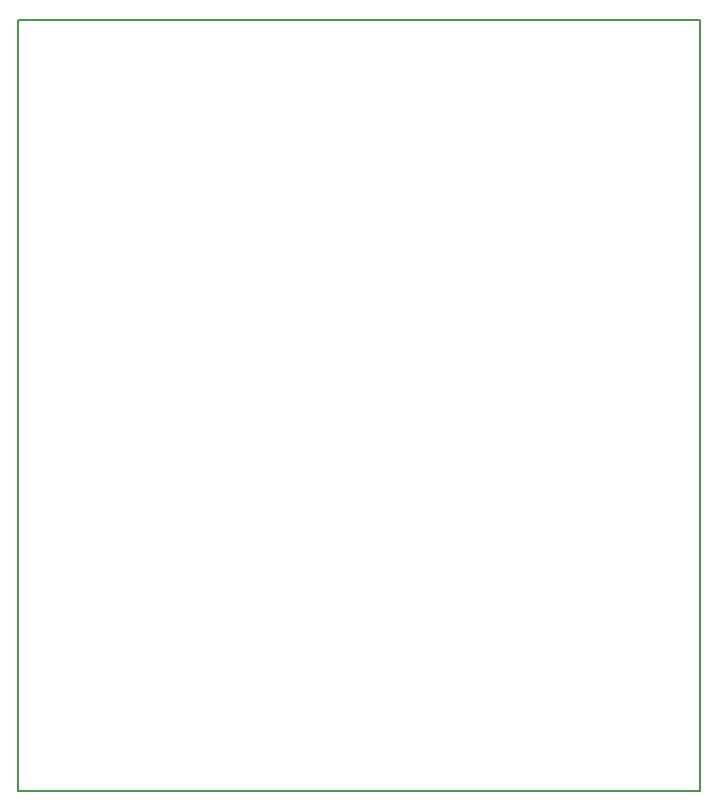
<source format=gbo>
G04 MADE WITH FRITZING*
G04 WWW.FRITZING.ORG*
G04 DOUBLE SIDED*
G04 HOLES PLATED*
G04 CONTOUR ON CENTER OF CONTOUR VECTOR*
%ASAXBY*%
%FSLAX23Y23*%
%MOIN*%
%OFA0B0*%
%SFA1.0B1.0*%
%ADD10R,2.278960X2.577730X2.262960X2.561730*%
%ADD11C,0.008000*%
%LNSILK0*%
G90*
G70*
G54D11*
X4Y2574D02*
X2275Y2574D01*
X2275Y4D01*
X4Y4D01*
X4Y2574D01*
D02*
G04 End of Silk0*
M02*
</source>
